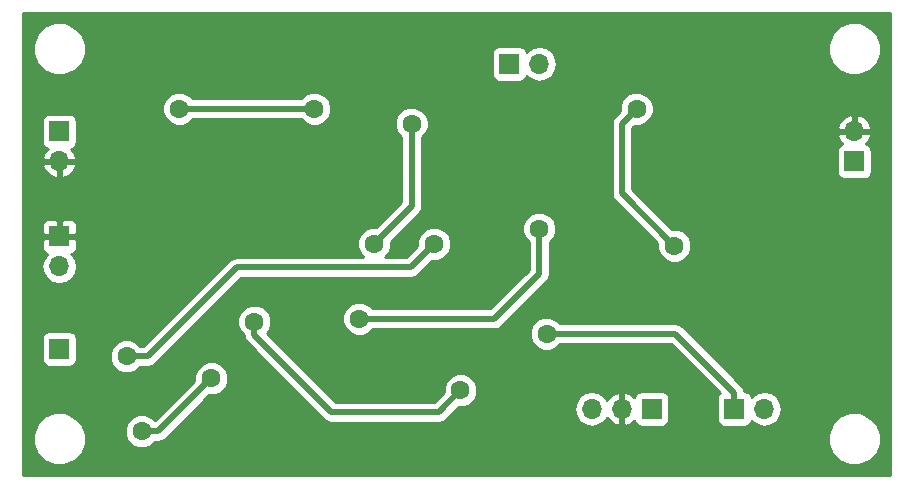
<source format=gbl>
G04 #@! TF.FileFunction,Copper,L2,Bot,Signal*
%FSLAX46Y46*%
G04 Gerber Fmt 4.6, Leading zero omitted, Abs format (unit mm)*
G04 Created by KiCad (PCBNEW 4.0.5) date 2021 March 06, Saturday 14:32:17*
%MOMM*%
%LPD*%
G01*
G04 APERTURE LIST*
%ADD10C,0.100000*%
%ADD11R,1.700000X1.700000*%
%ADD12O,1.700000X1.700000*%
%ADD13C,1.600000*%
%ADD14C,0.500000*%
%ADD15C,0.254000*%
G04 APERTURE END LIST*
D10*
D11*
X74930000Y-83185000D03*
D12*
X74930000Y-85725000D03*
D11*
X113030000Y-77470000D03*
D12*
X115570000Y-77470000D03*
D11*
X74930000Y-92075000D03*
D12*
X74930000Y-94615000D03*
D11*
X132080000Y-106680000D03*
D12*
X134620000Y-106680000D03*
D11*
X142240000Y-85725000D03*
D12*
X142240000Y-83185000D03*
D11*
X125095000Y-106680000D03*
D12*
X122555000Y-106680000D03*
X120015000Y-106680000D03*
D11*
X74930000Y-101600000D03*
D13*
X121285000Y-77470000D03*
X138430000Y-90805000D03*
X96520000Y-85090000D03*
X99695000Y-105410000D03*
X85725000Y-95885000D03*
X85090000Y-85090000D03*
X85090000Y-81280000D03*
X96520000Y-81280000D03*
X101600000Y-92710000D03*
X104775000Y-82550000D03*
X106680000Y-92710000D03*
X80645000Y-102235000D03*
X87800000Y-104100000D03*
X81915000Y-108585000D03*
X116205000Y-100330000D03*
X100330000Y-99060000D03*
X115570000Y-91440000D03*
X123825000Y-81280000D03*
X127000000Y-92856511D03*
X108900000Y-105100000D03*
X91450000Y-99300000D03*
D14*
X85090000Y-81280000D02*
X96520000Y-81280000D01*
X101600000Y-92710000D02*
X104775000Y-89535000D01*
X104775000Y-89535000D02*
X104775000Y-82550000D01*
X89937765Y-94710001D02*
X82412766Y-102235000D01*
X104679999Y-94710001D02*
X89937765Y-94710001D01*
X106680000Y-92710000D02*
X104679999Y-94710001D01*
X82412766Y-102235000D02*
X80645000Y-102235000D01*
X87800000Y-104100000D02*
X83315000Y-108585000D01*
X83315000Y-108585000D02*
X81915000Y-108585000D01*
X116205000Y-100330000D02*
X127080000Y-100330000D01*
X127080000Y-100330000D02*
X132080000Y-105330000D01*
X132080000Y-105330000D02*
X132080000Y-106680000D01*
X115570000Y-95250000D02*
X111760000Y-99060000D01*
X111760000Y-99060000D02*
X100330000Y-99060000D01*
X115570000Y-91440000D02*
X115570000Y-95250000D01*
X123825000Y-81280000D02*
X122575001Y-82529999D01*
X122575001Y-82529999D02*
X122575001Y-88431512D01*
X122575001Y-88431512D02*
X127000000Y-92856511D01*
X91450000Y-99300000D02*
X91450000Y-100431370D01*
X91450000Y-100431370D02*
X97978631Y-106960001D01*
X97978631Y-106960001D02*
X107039999Y-106960001D01*
X107039999Y-106960001D02*
X108900000Y-105100000D01*
D15*
G36*
X145288000Y-112268000D02*
X71882000Y-112268000D01*
X71882000Y-109662619D01*
X72694613Y-109662619D01*
X73034155Y-110484372D01*
X73662321Y-111113636D01*
X74483481Y-111454611D01*
X75372619Y-111455387D01*
X76194372Y-111115845D01*
X76823636Y-110487679D01*
X77164611Y-109666519D01*
X77165306Y-108869187D01*
X80479752Y-108869187D01*
X80697757Y-109396800D01*
X81101077Y-109800824D01*
X81628309Y-110019750D01*
X82199187Y-110020248D01*
X82726800Y-109802243D01*
X82866667Y-109662619D01*
X140004613Y-109662619D01*
X140344155Y-110484372D01*
X140972321Y-111113636D01*
X141793481Y-111454611D01*
X142682619Y-111455387D01*
X143504372Y-111115845D01*
X144133636Y-110487679D01*
X144474611Y-109666519D01*
X144475387Y-108777381D01*
X144135845Y-107955628D01*
X143507679Y-107326364D01*
X142686519Y-106985389D01*
X141797381Y-106984613D01*
X140975628Y-107324155D01*
X140346364Y-107952321D01*
X140005389Y-108773481D01*
X140004613Y-109662619D01*
X82866667Y-109662619D01*
X83059623Y-109470000D01*
X83314995Y-109470000D01*
X83315000Y-109470001D01*
X83597484Y-109413810D01*
X83653675Y-109402633D01*
X83940790Y-109210790D01*
X87616739Y-105534840D01*
X88084187Y-105535248D01*
X88611800Y-105317243D01*
X89015824Y-104913923D01*
X89234750Y-104386691D01*
X89235248Y-103815813D01*
X89017243Y-103288200D01*
X88613923Y-102884176D01*
X88086691Y-102665250D01*
X87515813Y-102664752D01*
X86988200Y-102882757D01*
X86584176Y-103286077D01*
X86365250Y-103813309D01*
X86364840Y-104283581D01*
X83003844Y-107644576D01*
X82728923Y-107369176D01*
X82201691Y-107150250D01*
X81630813Y-107149752D01*
X81103200Y-107367757D01*
X80699176Y-107771077D01*
X80480250Y-108298309D01*
X80479752Y-108869187D01*
X77165306Y-108869187D01*
X77165387Y-108777381D01*
X76825845Y-107955628D01*
X76197679Y-107326364D01*
X75376519Y-106985389D01*
X74487381Y-106984613D01*
X73665628Y-107324155D01*
X73036364Y-107952321D01*
X72695389Y-108773481D01*
X72694613Y-109662619D01*
X71882000Y-109662619D01*
X71882000Y-100750000D01*
X73432560Y-100750000D01*
X73432560Y-102450000D01*
X73476838Y-102685317D01*
X73615910Y-102901441D01*
X73828110Y-103046431D01*
X74080000Y-103097440D01*
X75780000Y-103097440D01*
X76015317Y-103053162D01*
X76231441Y-102914090D01*
X76376431Y-102701890D01*
X76413429Y-102519187D01*
X79209752Y-102519187D01*
X79427757Y-103046800D01*
X79831077Y-103450824D01*
X80358309Y-103669750D01*
X80929187Y-103670248D01*
X81456800Y-103452243D01*
X81789623Y-103120000D01*
X82412761Y-103120000D01*
X82412766Y-103120001D01*
X82695250Y-103063810D01*
X82751441Y-103052633D01*
X83038556Y-102860790D01*
X86315158Y-99584187D01*
X90014752Y-99584187D01*
X90232757Y-100111800D01*
X90568291Y-100447920D01*
X90612203Y-100668674D01*
X90632367Y-100770045D01*
X90756477Y-100955790D01*
X90824210Y-101057160D01*
X97352839Y-107585788D01*
X97352841Y-107585791D01*
X97523768Y-107700000D01*
X97639957Y-107777635D01*
X97978631Y-107845002D01*
X97978636Y-107845001D01*
X107039994Y-107845001D01*
X107039999Y-107845002D01*
X107322483Y-107788811D01*
X107378674Y-107777634D01*
X107665789Y-107585791D01*
X108600672Y-106650907D01*
X118530000Y-106650907D01*
X118530000Y-106709093D01*
X118643039Y-107277378D01*
X118964946Y-107759147D01*
X119446715Y-108081054D01*
X120015000Y-108194093D01*
X120583285Y-108081054D01*
X121065054Y-107759147D01*
X121292702Y-107418447D01*
X121359817Y-107561358D01*
X121788076Y-107951645D01*
X122198110Y-108121476D01*
X122428000Y-108000155D01*
X122428000Y-106807000D01*
X122408000Y-106807000D01*
X122408000Y-106553000D01*
X122428000Y-106553000D01*
X122428000Y-105359845D01*
X122682000Y-105359845D01*
X122682000Y-106553000D01*
X122702000Y-106553000D01*
X122702000Y-106807000D01*
X122682000Y-106807000D01*
X122682000Y-108000155D01*
X122911890Y-108121476D01*
X123321924Y-107951645D01*
X123624937Y-107675499D01*
X123641838Y-107765317D01*
X123780910Y-107981441D01*
X123993110Y-108126431D01*
X124245000Y-108177440D01*
X125945000Y-108177440D01*
X126180317Y-108133162D01*
X126396441Y-107994090D01*
X126541431Y-107781890D01*
X126592440Y-107530000D01*
X126592440Y-105830000D01*
X126548162Y-105594683D01*
X126409090Y-105378559D01*
X126196890Y-105233569D01*
X125945000Y-105182560D01*
X124245000Y-105182560D01*
X124009683Y-105226838D01*
X123793559Y-105365910D01*
X123648569Y-105578110D01*
X123626699Y-105686107D01*
X123321924Y-105408355D01*
X122911890Y-105238524D01*
X122682000Y-105359845D01*
X122428000Y-105359845D01*
X122198110Y-105238524D01*
X121788076Y-105408355D01*
X121359817Y-105798642D01*
X121292702Y-105941553D01*
X121065054Y-105600853D01*
X120583285Y-105278946D01*
X120015000Y-105165907D01*
X119446715Y-105278946D01*
X118964946Y-105600853D01*
X118643039Y-106082622D01*
X118530000Y-106650907D01*
X108600672Y-106650907D01*
X108716739Y-106534840D01*
X109184187Y-106535248D01*
X109711800Y-106317243D01*
X110115824Y-105913923D01*
X110334750Y-105386691D01*
X110335248Y-104815813D01*
X110117243Y-104288200D01*
X109713923Y-103884176D01*
X109186691Y-103665250D01*
X108615813Y-103664752D01*
X108088200Y-103882757D01*
X107684176Y-104286077D01*
X107465250Y-104813309D01*
X107464840Y-105283581D01*
X106673419Y-106075001D01*
X98345210Y-106075001D01*
X92884397Y-100614187D01*
X114769752Y-100614187D01*
X114987757Y-101141800D01*
X115391077Y-101545824D01*
X115918309Y-101764750D01*
X116489187Y-101765248D01*
X117016800Y-101547243D01*
X117349623Y-101215000D01*
X126713420Y-101215000D01*
X130830748Y-105332327D01*
X130778559Y-105365910D01*
X130633569Y-105578110D01*
X130582560Y-105830000D01*
X130582560Y-107530000D01*
X130626838Y-107765317D01*
X130765910Y-107981441D01*
X130978110Y-108126431D01*
X131230000Y-108177440D01*
X132930000Y-108177440D01*
X133165317Y-108133162D01*
X133381441Y-107994090D01*
X133526431Y-107781890D01*
X133540086Y-107714459D01*
X133569946Y-107759147D01*
X134051715Y-108081054D01*
X134620000Y-108194093D01*
X135188285Y-108081054D01*
X135670054Y-107759147D01*
X135991961Y-107277378D01*
X136105000Y-106709093D01*
X136105000Y-106650907D01*
X135991961Y-106082622D01*
X135670054Y-105600853D01*
X135188285Y-105278946D01*
X134620000Y-105165907D01*
X134051715Y-105278946D01*
X133569946Y-105600853D01*
X133542150Y-105642452D01*
X133533162Y-105594683D01*
X133394090Y-105378559D01*
X133181890Y-105233569D01*
X132935911Y-105183757D01*
X132897633Y-104991326D01*
X132897633Y-104991325D01*
X132705790Y-104704210D01*
X132705787Y-104704208D01*
X127705790Y-99704210D01*
X127678222Y-99685790D01*
X127418675Y-99512367D01*
X127362484Y-99501190D01*
X127080000Y-99444999D01*
X127079995Y-99445000D01*
X117349171Y-99445000D01*
X117018923Y-99114176D01*
X116491691Y-98895250D01*
X115920813Y-98894752D01*
X115393200Y-99112757D01*
X114989176Y-99516077D01*
X114770250Y-100043309D01*
X114769752Y-100614187D01*
X92884397Y-100614187D01*
X92524856Y-100254646D01*
X92665824Y-100113923D01*
X92884750Y-99586691D01*
X92884961Y-99344187D01*
X98894752Y-99344187D01*
X99112757Y-99871800D01*
X99516077Y-100275824D01*
X100043309Y-100494750D01*
X100614187Y-100495248D01*
X101141800Y-100277243D01*
X101474623Y-99945000D01*
X111759995Y-99945000D01*
X111760000Y-99945001D01*
X112042484Y-99888810D01*
X112098675Y-99877633D01*
X112385790Y-99685790D01*
X116195787Y-95875792D01*
X116195790Y-95875790D01*
X116387633Y-95588675D01*
X116399775Y-95527634D01*
X116455001Y-95250000D01*
X116455000Y-95249995D01*
X116455000Y-92584171D01*
X116785824Y-92253923D01*
X117004750Y-91726691D01*
X117005248Y-91155813D01*
X116787243Y-90628200D01*
X116383923Y-90224176D01*
X115856691Y-90005250D01*
X115285813Y-90004752D01*
X114758200Y-90222757D01*
X114354176Y-90626077D01*
X114135250Y-91153309D01*
X114134752Y-91724187D01*
X114352757Y-92251800D01*
X114685000Y-92584623D01*
X114685000Y-94883421D01*
X111393420Y-98175000D01*
X101474171Y-98175000D01*
X101143923Y-97844176D01*
X100616691Y-97625250D01*
X100045813Y-97624752D01*
X99518200Y-97842757D01*
X99114176Y-98246077D01*
X98895250Y-98773309D01*
X98894752Y-99344187D01*
X92884961Y-99344187D01*
X92885248Y-99015813D01*
X92667243Y-98488200D01*
X92263923Y-98084176D01*
X91736691Y-97865250D01*
X91165813Y-97864752D01*
X90638200Y-98082757D01*
X90234176Y-98486077D01*
X90015250Y-99013309D01*
X90014752Y-99584187D01*
X86315158Y-99584187D01*
X90304344Y-95595001D01*
X104679994Y-95595001D01*
X104679999Y-95595002D01*
X104962483Y-95538811D01*
X105018674Y-95527634D01*
X105305789Y-95335791D01*
X105305790Y-95335790D01*
X106496739Y-94144840D01*
X106964187Y-94145248D01*
X107491800Y-93927243D01*
X107895824Y-93523923D01*
X108114750Y-92996691D01*
X108115248Y-92425813D01*
X107897243Y-91898200D01*
X107493923Y-91494176D01*
X106966691Y-91275250D01*
X106395813Y-91274752D01*
X105868200Y-91492757D01*
X105464176Y-91896077D01*
X105245250Y-92423309D01*
X105244840Y-92893581D01*
X104313419Y-93825001D01*
X102514220Y-93825001D01*
X102815824Y-93523923D01*
X103034750Y-92996691D01*
X103035160Y-92526420D01*
X105400787Y-90160792D01*
X105400790Y-90160790D01*
X105592633Y-89873675D01*
X105603810Y-89817484D01*
X105660001Y-89535000D01*
X105660000Y-89534995D01*
X105660000Y-83694171D01*
X105990824Y-83363923D01*
X106209750Y-82836691D01*
X106210017Y-82529999D01*
X121690000Y-82529999D01*
X121690001Y-82530004D01*
X121690001Y-88431507D01*
X121690000Y-88431512D01*
X121733461Y-88649999D01*
X121757368Y-88770187D01*
X121949211Y-89057302D01*
X125565160Y-92673250D01*
X125564752Y-93140698D01*
X125782757Y-93668311D01*
X126186077Y-94072335D01*
X126713309Y-94291261D01*
X127284187Y-94291759D01*
X127811800Y-94073754D01*
X128215824Y-93670434D01*
X128434750Y-93143202D01*
X128435248Y-92572324D01*
X128217243Y-92044711D01*
X127813923Y-91640687D01*
X127286691Y-91421761D01*
X126816419Y-91421351D01*
X123460001Y-88064932D01*
X123460001Y-84875000D01*
X140742560Y-84875000D01*
X140742560Y-86575000D01*
X140786838Y-86810317D01*
X140925910Y-87026441D01*
X141138110Y-87171431D01*
X141390000Y-87222440D01*
X143090000Y-87222440D01*
X143325317Y-87178162D01*
X143541441Y-87039090D01*
X143686431Y-86826890D01*
X143737440Y-86575000D01*
X143737440Y-84875000D01*
X143693162Y-84639683D01*
X143554090Y-84423559D01*
X143341890Y-84278569D01*
X143233893Y-84256699D01*
X143511645Y-83951924D01*
X143681476Y-83541890D01*
X143560155Y-83312000D01*
X142367000Y-83312000D01*
X142367000Y-83332000D01*
X142113000Y-83332000D01*
X142113000Y-83312000D01*
X140919845Y-83312000D01*
X140798524Y-83541890D01*
X140968355Y-83951924D01*
X141244501Y-84254937D01*
X141154683Y-84271838D01*
X140938559Y-84410910D01*
X140793569Y-84623110D01*
X140742560Y-84875000D01*
X123460001Y-84875000D01*
X123460001Y-82896579D01*
X123528469Y-82828110D01*
X140798524Y-82828110D01*
X140919845Y-83058000D01*
X142113000Y-83058000D01*
X142113000Y-81864181D01*
X142367000Y-81864181D01*
X142367000Y-83058000D01*
X143560155Y-83058000D01*
X143681476Y-82828110D01*
X143511645Y-82418076D01*
X143121358Y-81989817D01*
X142596892Y-81743514D01*
X142367000Y-81864181D01*
X142113000Y-81864181D01*
X141883108Y-81743514D01*
X141358642Y-81989817D01*
X140968355Y-82418076D01*
X140798524Y-82828110D01*
X123528469Y-82828110D01*
X123641739Y-82714840D01*
X124109187Y-82715248D01*
X124636800Y-82497243D01*
X125040824Y-82093923D01*
X125259750Y-81566691D01*
X125260248Y-80995813D01*
X125042243Y-80468200D01*
X124638923Y-80064176D01*
X124111691Y-79845250D01*
X123540813Y-79844752D01*
X123013200Y-80062757D01*
X122609176Y-80466077D01*
X122390250Y-80993309D01*
X122389840Y-81463581D01*
X121949211Y-81904209D01*
X121757368Y-82191324D01*
X121757368Y-82191325D01*
X121690000Y-82529999D01*
X106210017Y-82529999D01*
X106210248Y-82265813D01*
X105992243Y-81738200D01*
X105588923Y-81334176D01*
X105061691Y-81115250D01*
X104490813Y-81114752D01*
X103963200Y-81332757D01*
X103559176Y-81736077D01*
X103340250Y-82263309D01*
X103339752Y-82834187D01*
X103557757Y-83361800D01*
X103890000Y-83694623D01*
X103890000Y-89168421D01*
X101783260Y-91275160D01*
X101315813Y-91274752D01*
X100788200Y-91492757D01*
X100384176Y-91896077D01*
X100165250Y-92423309D01*
X100164752Y-92994187D01*
X100382757Y-93521800D01*
X100685430Y-93825001D01*
X89937770Y-93825001D01*
X89937765Y-93825000D01*
X89655281Y-93881191D01*
X89599090Y-93892368D01*
X89311975Y-94084211D01*
X89311973Y-94084214D01*
X82046186Y-101350000D01*
X81789171Y-101350000D01*
X81458923Y-101019176D01*
X80931691Y-100800250D01*
X80360813Y-100799752D01*
X79833200Y-101017757D01*
X79429176Y-101421077D01*
X79210250Y-101948309D01*
X79209752Y-102519187D01*
X76413429Y-102519187D01*
X76427440Y-102450000D01*
X76427440Y-100750000D01*
X76383162Y-100514683D01*
X76244090Y-100298559D01*
X76031890Y-100153569D01*
X75780000Y-100102560D01*
X74080000Y-100102560D01*
X73844683Y-100146838D01*
X73628559Y-100285910D01*
X73483569Y-100498110D01*
X73432560Y-100750000D01*
X71882000Y-100750000D01*
X71882000Y-94615000D01*
X73415907Y-94615000D01*
X73528946Y-95183285D01*
X73850853Y-95665054D01*
X74332622Y-95986961D01*
X74900907Y-96100000D01*
X74959093Y-96100000D01*
X75527378Y-95986961D01*
X76009147Y-95665054D01*
X76331054Y-95183285D01*
X76444093Y-94615000D01*
X76331054Y-94046715D01*
X76009147Y-93564946D01*
X75965223Y-93535597D01*
X76139698Y-93463327D01*
X76318327Y-93284699D01*
X76415000Y-93051310D01*
X76415000Y-92360750D01*
X76256250Y-92202000D01*
X75057000Y-92202000D01*
X75057000Y-92222000D01*
X74803000Y-92222000D01*
X74803000Y-92202000D01*
X73603750Y-92202000D01*
X73445000Y-92360750D01*
X73445000Y-93051310D01*
X73541673Y-93284699D01*
X73720302Y-93463327D01*
X73894777Y-93535597D01*
X73850853Y-93564946D01*
X73528946Y-94046715D01*
X73415907Y-94615000D01*
X71882000Y-94615000D01*
X71882000Y-91098690D01*
X73445000Y-91098690D01*
X73445000Y-91789250D01*
X73603750Y-91948000D01*
X74803000Y-91948000D01*
X74803000Y-90748750D01*
X75057000Y-90748750D01*
X75057000Y-91948000D01*
X76256250Y-91948000D01*
X76415000Y-91789250D01*
X76415000Y-91098690D01*
X76318327Y-90865301D01*
X76139698Y-90686673D01*
X75906309Y-90590000D01*
X75215750Y-90590000D01*
X75057000Y-90748750D01*
X74803000Y-90748750D01*
X74644250Y-90590000D01*
X73953691Y-90590000D01*
X73720302Y-90686673D01*
X73541673Y-90865301D01*
X73445000Y-91098690D01*
X71882000Y-91098690D01*
X71882000Y-86081890D01*
X73488524Y-86081890D01*
X73658355Y-86491924D01*
X74048642Y-86920183D01*
X74573108Y-87166486D01*
X74803000Y-87045819D01*
X74803000Y-85852000D01*
X75057000Y-85852000D01*
X75057000Y-87045819D01*
X75286892Y-87166486D01*
X75811358Y-86920183D01*
X76201645Y-86491924D01*
X76371476Y-86081890D01*
X76250155Y-85852000D01*
X75057000Y-85852000D01*
X74803000Y-85852000D01*
X73609845Y-85852000D01*
X73488524Y-86081890D01*
X71882000Y-86081890D01*
X71882000Y-82335000D01*
X73432560Y-82335000D01*
X73432560Y-84035000D01*
X73476838Y-84270317D01*
X73615910Y-84486441D01*
X73828110Y-84631431D01*
X73936107Y-84653301D01*
X73658355Y-84958076D01*
X73488524Y-85368110D01*
X73609845Y-85598000D01*
X74803000Y-85598000D01*
X74803000Y-85578000D01*
X75057000Y-85578000D01*
X75057000Y-85598000D01*
X76250155Y-85598000D01*
X76371476Y-85368110D01*
X76201645Y-84958076D01*
X75925499Y-84655063D01*
X76015317Y-84638162D01*
X76231441Y-84499090D01*
X76376431Y-84286890D01*
X76427440Y-84035000D01*
X76427440Y-82335000D01*
X76383162Y-82099683D01*
X76244090Y-81883559D01*
X76031890Y-81738569D01*
X75780000Y-81687560D01*
X74080000Y-81687560D01*
X73844683Y-81731838D01*
X73628559Y-81870910D01*
X73483569Y-82083110D01*
X73432560Y-82335000D01*
X71882000Y-82335000D01*
X71882000Y-81564187D01*
X83654752Y-81564187D01*
X83872757Y-82091800D01*
X84276077Y-82495824D01*
X84803309Y-82714750D01*
X85374187Y-82715248D01*
X85901800Y-82497243D01*
X86234623Y-82165000D01*
X95375829Y-82165000D01*
X95706077Y-82495824D01*
X96233309Y-82714750D01*
X96804187Y-82715248D01*
X97331800Y-82497243D01*
X97735824Y-82093923D01*
X97954750Y-81566691D01*
X97955248Y-80995813D01*
X97737243Y-80468200D01*
X97333923Y-80064176D01*
X96806691Y-79845250D01*
X96235813Y-79844752D01*
X95708200Y-80062757D01*
X95375377Y-80395000D01*
X86234171Y-80395000D01*
X85903923Y-80064176D01*
X85376691Y-79845250D01*
X84805813Y-79844752D01*
X84278200Y-80062757D01*
X83874176Y-80466077D01*
X83655250Y-80993309D01*
X83654752Y-81564187D01*
X71882000Y-81564187D01*
X71882000Y-76642619D01*
X72694613Y-76642619D01*
X73034155Y-77464372D01*
X73662321Y-78093636D01*
X74483481Y-78434611D01*
X75372619Y-78435387D01*
X76194372Y-78095845D01*
X76823636Y-77467679D01*
X77164611Y-76646519D01*
X77164634Y-76620000D01*
X111532560Y-76620000D01*
X111532560Y-78320000D01*
X111576838Y-78555317D01*
X111715910Y-78771441D01*
X111928110Y-78916431D01*
X112180000Y-78967440D01*
X113880000Y-78967440D01*
X114115317Y-78923162D01*
X114331441Y-78784090D01*
X114476431Y-78571890D01*
X114490086Y-78504459D01*
X114519946Y-78549147D01*
X115001715Y-78871054D01*
X115570000Y-78984093D01*
X116138285Y-78871054D01*
X116620054Y-78549147D01*
X116941961Y-78067378D01*
X117055000Y-77499093D01*
X117055000Y-77440907D01*
X116941961Y-76872622D01*
X116788279Y-76642619D01*
X140004613Y-76642619D01*
X140344155Y-77464372D01*
X140972321Y-78093636D01*
X141793481Y-78434611D01*
X142682619Y-78435387D01*
X143504372Y-78095845D01*
X144133636Y-77467679D01*
X144474611Y-76646519D01*
X144475387Y-75757381D01*
X144135845Y-74935628D01*
X143507679Y-74306364D01*
X142686519Y-73965389D01*
X141797381Y-73964613D01*
X140975628Y-74304155D01*
X140346364Y-74932321D01*
X140005389Y-75753481D01*
X140004613Y-76642619D01*
X116788279Y-76642619D01*
X116620054Y-76390853D01*
X116138285Y-76068946D01*
X115570000Y-75955907D01*
X115001715Y-76068946D01*
X114519946Y-76390853D01*
X114492150Y-76432452D01*
X114483162Y-76384683D01*
X114344090Y-76168559D01*
X114131890Y-76023569D01*
X113880000Y-75972560D01*
X112180000Y-75972560D01*
X111944683Y-76016838D01*
X111728559Y-76155910D01*
X111583569Y-76368110D01*
X111532560Y-76620000D01*
X77164634Y-76620000D01*
X77165387Y-75757381D01*
X76825845Y-74935628D01*
X76197679Y-74306364D01*
X75376519Y-73965389D01*
X74487381Y-73964613D01*
X73665628Y-74304155D01*
X73036364Y-74932321D01*
X72695389Y-75753481D01*
X72694613Y-76642619D01*
X71882000Y-76642619D01*
X71882000Y-73152000D01*
X145288000Y-73152000D01*
X145288000Y-112268000D01*
X145288000Y-112268000D01*
G37*
X145288000Y-112268000D02*
X71882000Y-112268000D01*
X71882000Y-109662619D01*
X72694613Y-109662619D01*
X73034155Y-110484372D01*
X73662321Y-111113636D01*
X74483481Y-111454611D01*
X75372619Y-111455387D01*
X76194372Y-111115845D01*
X76823636Y-110487679D01*
X77164611Y-109666519D01*
X77165306Y-108869187D01*
X80479752Y-108869187D01*
X80697757Y-109396800D01*
X81101077Y-109800824D01*
X81628309Y-110019750D01*
X82199187Y-110020248D01*
X82726800Y-109802243D01*
X82866667Y-109662619D01*
X140004613Y-109662619D01*
X140344155Y-110484372D01*
X140972321Y-111113636D01*
X141793481Y-111454611D01*
X142682619Y-111455387D01*
X143504372Y-111115845D01*
X144133636Y-110487679D01*
X144474611Y-109666519D01*
X144475387Y-108777381D01*
X144135845Y-107955628D01*
X143507679Y-107326364D01*
X142686519Y-106985389D01*
X141797381Y-106984613D01*
X140975628Y-107324155D01*
X140346364Y-107952321D01*
X140005389Y-108773481D01*
X140004613Y-109662619D01*
X82866667Y-109662619D01*
X83059623Y-109470000D01*
X83314995Y-109470000D01*
X83315000Y-109470001D01*
X83597484Y-109413810D01*
X83653675Y-109402633D01*
X83940790Y-109210790D01*
X87616739Y-105534840D01*
X88084187Y-105535248D01*
X88611800Y-105317243D01*
X89015824Y-104913923D01*
X89234750Y-104386691D01*
X89235248Y-103815813D01*
X89017243Y-103288200D01*
X88613923Y-102884176D01*
X88086691Y-102665250D01*
X87515813Y-102664752D01*
X86988200Y-102882757D01*
X86584176Y-103286077D01*
X86365250Y-103813309D01*
X86364840Y-104283581D01*
X83003844Y-107644576D01*
X82728923Y-107369176D01*
X82201691Y-107150250D01*
X81630813Y-107149752D01*
X81103200Y-107367757D01*
X80699176Y-107771077D01*
X80480250Y-108298309D01*
X80479752Y-108869187D01*
X77165306Y-108869187D01*
X77165387Y-108777381D01*
X76825845Y-107955628D01*
X76197679Y-107326364D01*
X75376519Y-106985389D01*
X74487381Y-106984613D01*
X73665628Y-107324155D01*
X73036364Y-107952321D01*
X72695389Y-108773481D01*
X72694613Y-109662619D01*
X71882000Y-109662619D01*
X71882000Y-100750000D01*
X73432560Y-100750000D01*
X73432560Y-102450000D01*
X73476838Y-102685317D01*
X73615910Y-102901441D01*
X73828110Y-103046431D01*
X74080000Y-103097440D01*
X75780000Y-103097440D01*
X76015317Y-103053162D01*
X76231441Y-102914090D01*
X76376431Y-102701890D01*
X76413429Y-102519187D01*
X79209752Y-102519187D01*
X79427757Y-103046800D01*
X79831077Y-103450824D01*
X80358309Y-103669750D01*
X80929187Y-103670248D01*
X81456800Y-103452243D01*
X81789623Y-103120000D01*
X82412761Y-103120000D01*
X82412766Y-103120001D01*
X82695250Y-103063810D01*
X82751441Y-103052633D01*
X83038556Y-102860790D01*
X86315158Y-99584187D01*
X90014752Y-99584187D01*
X90232757Y-100111800D01*
X90568291Y-100447920D01*
X90612203Y-100668674D01*
X90632367Y-100770045D01*
X90756477Y-100955790D01*
X90824210Y-101057160D01*
X97352839Y-107585788D01*
X97352841Y-107585791D01*
X97523768Y-107700000D01*
X97639957Y-107777635D01*
X97978631Y-107845002D01*
X97978636Y-107845001D01*
X107039994Y-107845001D01*
X107039999Y-107845002D01*
X107322483Y-107788811D01*
X107378674Y-107777634D01*
X107665789Y-107585791D01*
X108600672Y-106650907D01*
X118530000Y-106650907D01*
X118530000Y-106709093D01*
X118643039Y-107277378D01*
X118964946Y-107759147D01*
X119446715Y-108081054D01*
X120015000Y-108194093D01*
X120583285Y-108081054D01*
X121065054Y-107759147D01*
X121292702Y-107418447D01*
X121359817Y-107561358D01*
X121788076Y-107951645D01*
X122198110Y-108121476D01*
X122428000Y-108000155D01*
X122428000Y-106807000D01*
X122408000Y-106807000D01*
X122408000Y-106553000D01*
X122428000Y-106553000D01*
X122428000Y-105359845D01*
X122682000Y-105359845D01*
X122682000Y-106553000D01*
X122702000Y-106553000D01*
X122702000Y-106807000D01*
X122682000Y-106807000D01*
X122682000Y-108000155D01*
X122911890Y-108121476D01*
X123321924Y-107951645D01*
X123624937Y-107675499D01*
X123641838Y-107765317D01*
X123780910Y-107981441D01*
X123993110Y-108126431D01*
X124245000Y-108177440D01*
X125945000Y-108177440D01*
X126180317Y-108133162D01*
X126396441Y-107994090D01*
X126541431Y-107781890D01*
X126592440Y-107530000D01*
X126592440Y-105830000D01*
X126548162Y-105594683D01*
X126409090Y-105378559D01*
X126196890Y-105233569D01*
X125945000Y-105182560D01*
X124245000Y-105182560D01*
X124009683Y-105226838D01*
X123793559Y-105365910D01*
X123648569Y-105578110D01*
X123626699Y-105686107D01*
X123321924Y-105408355D01*
X122911890Y-105238524D01*
X122682000Y-105359845D01*
X122428000Y-105359845D01*
X122198110Y-105238524D01*
X121788076Y-105408355D01*
X121359817Y-105798642D01*
X121292702Y-105941553D01*
X121065054Y-105600853D01*
X120583285Y-105278946D01*
X120015000Y-105165907D01*
X119446715Y-105278946D01*
X118964946Y-105600853D01*
X118643039Y-106082622D01*
X118530000Y-106650907D01*
X108600672Y-106650907D01*
X108716739Y-106534840D01*
X109184187Y-106535248D01*
X109711800Y-106317243D01*
X110115824Y-105913923D01*
X110334750Y-105386691D01*
X110335248Y-104815813D01*
X110117243Y-104288200D01*
X109713923Y-103884176D01*
X109186691Y-103665250D01*
X108615813Y-103664752D01*
X108088200Y-103882757D01*
X107684176Y-104286077D01*
X107465250Y-104813309D01*
X107464840Y-105283581D01*
X106673419Y-106075001D01*
X98345210Y-106075001D01*
X92884397Y-100614187D01*
X114769752Y-100614187D01*
X114987757Y-101141800D01*
X115391077Y-101545824D01*
X115918309Y-101764750D01*
X116489187Y-101765248D01*
X117016800Y-101547243D01*
X117349623Y-101215000D01*
X126713420Y-101215000D01*
X130830748Y-105332327D01*
X130778559Y-105365910D01*
X130633569Y-105578110D01*
X130582560Y-105830000D01*
X130582560Y-107530000D01*
X130626838Y-107765317D01*
X130765910Y-107981441D01*
X130978110Y-108126431D01*
X131230000Y-108177440D01*
X132930000Y-108177440D01*
X133165317Y-108133162D01*
X133381441Y-107994090D01*
X133526431Y-107781890D01*
X133540086Y-107714459D01*
X133569946Y-107759147D01*
X134051715Y-108081054D01*
X134620000Y-108194093D01*
X135188285Y-108081054D01*
X135670054Y-107759147D01*
X135991961Y-107277378D01*
X136105000Y-106709093D01*
X136105000Y-106650907D01*
X135991961Y-106082622D01*
X135670054Y-105600853D01*
X135188285Y-105278946D01*
X134620000Y-105165907D01*
X134051715Y-105278946D01*
X133569946Y-105600853D01*
X133542150Y-105642452D01*
X133533162Y-105594683D01*
X133394090Y-105378559D01*
X133181890Y-105233569D01*
X132935911Y-105183757D01*
X132897633Y-104991326D01*
X132897633Y-104991325D01*
X132705790Y-104704210D01*
X132705787Y-104704208D01*
X127705790Y-99704210D01*
X127678222Y-99685790D01*
X127418675Y-99512367D01*
X127362484Y-99501190D01*
X127080000Y-99444999D01*
X127079995Y-99445000D01*
X117349171Y-99445000D01*
X117018923Y-99114176D01*
X116491691Y-98895250D01*
X115920813Y-98894752D01*
X115393200Y-99112757D01*
X114989176Y-99516077D01*
X114770250Y-100043309D01*
X114769752Y-100614187D01*
X92884397Y-100614187D01*
X92524856Y-100254646D01*
X92665824Y-100113923D01*
X92884750Y-99586691D01*
X92884961Y-99344187D01*
X98894752Y-99344187D01*
X99112757Y-99871800D01*
X99516077Y-100275824D01*
X100043309Y-100494750D01*
X100614187Y-100495248D01*
X101141800Y-100277243D01*
X101474623Y-99945000D01*
X111759995Y-99945000D01*
X111760000Y-99945001D01*
X112042484Y-99888810D01*
X112098675Y-99877633D01*
X112385790Y-99685790D01*
X116195787Y-95875792D01*
X116195790Y-95875790D01*
X116387633Y-95588675D01*
X116399775Y-95527634D01*
X116455001Y-95250000D01*
X116455000Y-95249995D01*
X116455000Y-92584171D01*
X116785824Y-92253923D01*
X117004750Y-91726691D01*
X117005248Y-91155813D01*
X116787243Y-90628200D01*
X116383923Y-90224176D01*
X115856691Y-90005250D01*
X115285813Y-90004752D01*
X114758200Y-90222757D01*
X114354176Y-90626077D01*
X114135250Y-91153309D01*
X114134752Y-91724187D01*
X114352757Y-92251800D01*
X114685000Y-92584623D01*
X114685000Y-94883421D01*
X111393420Y-98175000D01*
X101474171Y-98175000D01*
X101143923Y-97844176D01*
X100616691Y-97625250D01*
X100045813Y-97624752D01*
X99518200Y-97842757D01*
X99114176Y-98246077D01*
X98895250Y-98773309D01*
X98894752Y-99344187D01*
X92884961Y-99344187D01*
X92885248Y-99015813D01*
X92667243Y-98488200D01*
X92263923Y-98084176D01*
X91736691Y-97865250D01*
X91165813Y-97864752D01*
X90638200Y-98082757D01*
X90234176Y-98486077D01*
X90015250Y-99013309D01*
X90014752Y-99584187D01*
X86315158Y-99584187D01*
X90304344Y-95595001D01*
X104679994Y-95595001D01*
X104679999Y-95595002D01*
X104962483Y-95538811D01*
X105018674Y-95527634D01*
X105305789Y-95335791D01*
X105305790Y-95335790D01*
X106496739Y-94144840D01*
X106964187Y-94145248D01*
X107491800Y-93927243D01*
X107895824Y-93523923D01*
X108114750Y-92996691D01*
X108115248Y-92425813D01*
X107897243Y-91898200D01*
X107493923Y-91494176D01*
X106966691Y-91275250D01*
X106395813Y-91274752D01*
X105868200Y-91492757D01*
X105464176Y-91896077D01*
X105245250Y-92423309D01*
X105244840Y-92893581D01*
X104313419Y-93825001D01*
X102514220Y-93825001D01*
X102815824Y-93523923D01*
X103034750Y-92996691D01*
X103035160Y-92526420D01*
X105400787Y-90160792D01*
X105400790Y-90160790D01*
X105592633Y-89873675D01*
X105603810Y-89817484D01*
X105660001Y-89535000D01*
X105660000Y-89534995D01*
X105660000Y-83694171D01*
X105990824Y-83363923D01*
X106209750Y-82836691D01*
X106210017Y-82529999D01*
X121690000Y-82529999D01*
X121690001Y-82530004D01*
X121690001Y-88431507D01*
X121690000Y-88431512D01*
X121733461Y-88649999D01*
X121757368Y-88770187D01*
X121949211Y-89057302D01*
X125565160Y-92673250D01*
X125564752Y-93140698D01*
X125782757Y-93668311D01*
X126186077Y-94072335D01*
X126713309Y-94291261D01*
X127284187Y-94291759D01*
X127811800Y-94073754D01*
X128215824Y-93670434D01*
X128434750Y-93143202D01*
X128435248Y-92572324D01*
X128217243Y-92044711D01*
X127813923Y-91640687D01*
X127286691Y-91421761D01*
X126816419Y-91421351D01*
X123460001Y-88064932D01*
X123460001Y-84875000D01*
X140742560Y-84875000D01*
X140742560Y-86575000D01*
X140786838Y-86810317D01*
X140925910Y-87026441D01*
X141138110Y-87171431D01*
X141390000Y-87222440D01*
X143090000Y-87222440D01*
X143325317Y-87178162D01*
X143541441Y-87039090D01*
X143686431Y-86826890D01*
X143737440Y-86575000D01*
X143737440Y-84875000D01*
X143693162Y-84639683D01*
X143554090Y-84423559D01*
X143341890Y-84278569D01*
X143233893Y-84256699D01*
X143511645Y-83951924D01*
X143681476Y-83541890D01*
X143560155Y-83312000D01*
X142367000Y-83312000D01*
X142367000Y-83332000D01*
X142113000Y-83332000D01*
X142113000Y-83312000D01*
X140919845Y-83312000D01*
X140798524Y-83541890D01*
X140968355Y-83951924D01*
X141244501Y-84254937D01*
X141154683Y-84271838D01*
X140938559Y-84410910D01*
X140793569Y-84623110D01*
X140742560Y-84875000D01*
X123460001Y-84875000D01*
X123460001Y-82896579D01*
X123528469Y-82828110D01*
X140798524Y-82828110D01*
X140919845Y-83058000D01*
X142113000Y-83058000D01*
X142113000Y-81864181D01*
X142367000Y-81864181D01*
X142367000Y-83058000D01*
X143560155Y-83058000D01*
X143681476Y-82828110D01*
X143511645Y-82418076D01*
X143121358Y-81989817D01*
X142596892Y-81743514D01*
X142367000Y-81864181D01*
X142113000Y-81864181D01*
X141883108Y-81743514D01*
X141358642Y-81989817D01*
X140968355Y-82418076D01*
X140798524Y-82828110D01*
X123528469Y-82828110D01*
X123641739Y-82714840D01*
X124109187Y-82715248D01*
X124636800Y-82497243D01*
X125040824Y-82093923D01*
X125259750Y-81566691D01*
X125260248Y-80995813D01*
X125042243Y-80468200D01*
X124638923Y-80064176D01*
X124111691Y-79845250D01*
X123540813Y-79844752D01*
X123013200Y-80062757D01*
X122609176Y-80466077D01*
X122390250Y-80993309D01*
X122389840Y-81463581D01*
X121949211Y-81904209D01*
X121757368Y-82191324D01*
X121757368Y-82191325D01*
X121690000Y-82529999D01*
X106210017Y-82529999D01*
X106210248Y-82265813D01*
X105992243Y-81738200D01*
X105588923Y-81334176D01*
X105061691Y-81115250D01*
X104490813Y-81114752D01*
X103963200Y-81332757D01*
X103559176Y-81736077D01*
X103340250Y-82263309D01*
X103339752Y-82834187D01*
X103557757Y-83361800D01*
X103890000Y-83694623D01*
X103890000Y-89168421D01*
X101783260Y-91275160D01*
X101315813Y-91274752D01*
X100788200Y-91492757D01*
X100384176Y-91896077D01*
X100165250Y-92423309D01*
X100164752Y-92994187D01*
X100382757Y-93521800D01*
X100685430Y-93825001D01*
X89937770Y-93825001D01*
X89937765Y-93825000D01*
X89655281Y-93881191D01*
X89599090Y-93892368D01*
X89311975Y-94084211D01*
X89311973Y-94084214D01*
X82046186Y-101350000D01*
X81789171Y-101350000D01*
X81458923Y-101019176D01*
X80931691Y-100800250D01*
X80360813Y-100799752D01*
X79833200Y-101017757D01*
X79429176Y-101421077D01*
X79210250Y-101948309D01*
X79209752Y-102519187D01*
X76413429Y-102519187D01*
X76427440Y-102450000D01*
X76427440Y-100750000D01*
X76383162Y-100514683D01*
X76244090Y-100298559D01*
X76031890Y-100153569D01*
X75780000Y-100102560D01*
X74080000Y-100102560D01*
X73844683Y-100146838D01*
X73628559Y-100285910D01*
X73483569Y-100498110D01*
X73432560Y-100750000D01*
X71882000Y-100750000D01*
X71882000Y-94615000D01*
X73415907Y-94615000D01*
X73528946Y-95183285D01*
X73850853Y-95665054D01*
X74332622Y-95986961D01*
X74900907Y-96100000D01*
X74959093Y-96100000D01*
X75527378Y-95986961D01*
X76009147Y-95665054D01*
X76331054Y-95183285D01*
X76444093Y-94615000D01*
X76331054Y-94046715D01*
X76009147Y-93564946D01*
X75965223Y-93535597D01*
X76139698Y-93463327D01*
X76318327Y-93284699D01*
X76415000Y-93051310D01*
X76415000Y-92360750D01*
X76256250Y-92202000D01*
X75057000Y-92202000D01*
X75057000Y-92222000D01*
X74803000Y-92222000D01*
X74803000Y-92202000D01*
X73603750Y-92202000D01*
X73445000Y-92360750D01*
X73445000Y-93051310D01*
X73541673Y-93284699D01*
X73720302Y-93463327D01*
X73894777Y-93535597D01*
X73850853Y-93564946D01*
X73528946Y-94046715D01*
X73415907Y-94615000D01*
X71882000Y-94615000D01*
X71882000Y-91098690D01*
X73445000Y-91098690D01*
X73445000Y-91789250D01*
X73603750Y-91948000D01*
X74803000Y-91948000D01*
X74803000Y-90748750D01*
X75057000Y-90748750D01*
X75057000Y-91948000D01*
X76256250Y-91948000D01*
X76415000Y-91789250D01*
X76415000Y-91098690D01*
X76318327Y-90865301D01*
X76139698Y-90686673D01*
X75906309Y-90590000D01*
X75215750Y-90590000D01*
X75057000Y-90748750D01*
X74803000Y-90748750D01*
X74644250Y-90590000D01*
X73953691Y-90590000D01*
X73720302Y-90686673D01*
X73541673Y-90865301D01*
X73445000Y-91098690D01*
X71882000Y-91098690D01*
X71882000Y-86081890D01*
X73488524Y-86081890D01*
X73658355Y-86491924D01*
X74048642Y-86920183D01*
X74573108Y-87166486D01*
X74803000Y-87045819D01*
X74803000Y-85852000D01*
X75057000Y-85852000D01*
X75057000Y-87045819D01*
X75286892Y-87166486D01*
X75811358Y-86920183D01*
X76201645Y-86491924D01*
X76371476Y-86081890D01*
X76250155Y-85852000D01*
X75057000Y-85852000D01*
X74803000Y-85852000D01*
X73609845Y-85852000D01*
X73488524Y-86081890D01*
X71882000Y-86081890D01*
X71882000Y-82335000D01*
X73432560Y-82335000D01*
X73432560Y-84035000D01*
X73476838Y-84270317D01*
X73615910Y-84486441D01*
X73828110Y-84631431D01*
X73936107Y-84653301D01*
X73658355Y-84958076D01*
X73488524Y-85368110D01*
X73609845Y-85598000D01*
X74803000Y-85598000D01*
X74803000Y-85578000D01*
X75057000Y-85578000D01*
X75057000Y-85598000D01*
X76250155Y-85598000D01*
X76371476Y-85368110D01*
X76201645Y-84958076D01*
X75925499Y-84655063D01*
X76015317Y-84638162D01*
X76231441Y-84499090D01*
X76376431Y-84286890D01*
X76427440Y-84035000D01*
X76427440Y-82335000D01*
X76383162Y-82099683D01*
X76244090Y-81883559D01*
X76031890Y-81738569D01*
X75780000Y-81687560D01*
X74080000Y-81687560D01*
X73844683Y-81731838D01*
X73628559Y-81870910D01*
X73483569Y-82083110D01*
X73432560Y-82335000D01*
X71882000Y-82335000D01*
X71882000Y-81564187D01*
X83654752Y-81564187D01*
X83872757Y-82091800D01*
X84276077Y-82495824D01*
X84803309Y-82714750D01*
X85374187Y-82715248D01*
X85901800Y-82497243D01*
X86234623Y-82165000D01*
X95375829Y-82165000D01*
X95706077Y-82495824D01*
X96233309Y-82714750D01*
X96804187Y-82715248D01*
X97331800Y-82497243D01*
X97735824Y-82093923D01*
X97954750Y-81566691D01*
X97955248Y-80995813D01*
X97737243Y-80468200D01*
X97333923Y-80064176D01*
X96806691Y-79845250D01*
X96235813Y-79844752D01*
X95708200Y-80062757D01*
X95375377Y-80395000D01*
X86234171Y-80395000D01*
X85903923Y-80064176D01*
X85376691Y-79845250D01*
X84805813Y-79844752D01*
X84278200Y-80062757D01*
X83874176Y-80466077D01*
X83655250Y-80993309D01*
X83654752Y-81564187D01*
X71882000Y-81564187D01*
X71882000Y-76642619D01*
X72694613Y-76642619D01*
X73034155Y-77464372D01*
X73662321Y-78093636D01*
X74483481Y-78434611D01*
X75372619Y-78435387D01*
X76194372Y-78095845D01*
X76823636Y-77467679D01*
X77164611Y-76646519D01*
X77164634Y-76620000D01*
X111532560Y-76620000D01*
X111532560Y-78320000D01*
X111576838Y-78555317D01*
X111715910Y-78771441D01*
X111928110Y-78916431D01*
X112180000Y-78967440D01*
X113880000Y-78967440D01*
X114115317Y-78923162D01*
X114331441Y-78784090D01*
X114476431Y-78571890D01*
X114490086Y-78504459D01*
X114519946Y-78549147D01*
X115001715Y-78871054D01*
X115570000Y-78984093D01*
X116138285Y-78871054D01*
X116620054Y-78549147D01*
X116941961Y-78067378D01*
X117055000Y-77499093D01*
X117055000Y-77440907D01*
X116941961Y-76872622D01*
X116788279Y-76642619D01*
X140004613Y-76642619D01*
X140344155Y-77464372D01*
X140972321Y-78093636D01*
X141793481Y-78434611D01*
X142682619Y-78435387D01*
X143504372Y-78095845D01*
X144133636Y-77467679D01*
X144474611Y-76646519D01*
X144475387Y-75757381D01*
X144135845Y-74935628D01*
X143507679Y-74306364D01*
X142686519Y-73965389D01*
X141797381Y-73964613D01*
X140975628Y-74304155D01*
X140346364Y-74932321D01*
X140005389Y-75753481D01*
X140004613Y-76642619D01*
X116788279Y-76642619D01*
X116620054Y-76390853D01*
X116138285Y-76068946D01*
X115570000Y-75955907D01*
X115001715Y-76068946D01*
X114519946Y-76390853D01*
X114492150Y-76432452D01*
X114483162Y-76384683D01*
X114344090Y-76168559D01*
X114131890Y-76023569D01*
X113880000Y-75972560D01*
X112180000Y-75972560D01*
X111944683Y-76016838D01*
X111728559Y-76155910D01*
X111583569Y-76368110D01*
X111532560Y-76620000D01*
X77164634Y-76620000D01*
X77165387Y-75757381D01*
X76825845Y-74935628D01*
X76197679Y-74306364D01*
X75376519Y-73965389D01*
X74487381Y-73964613D01*
X73665628Y-74304155D01*
X73036364Y-74932321D01*
X72695389Y-75753481D01*
X72694613Y-76642619D01*
X71882000Y-76642619D01*
X71882000Y-73152000D01*
X145288000Y-73152000D01*
X145288000Y-112268000D01*
M02*

</source>
